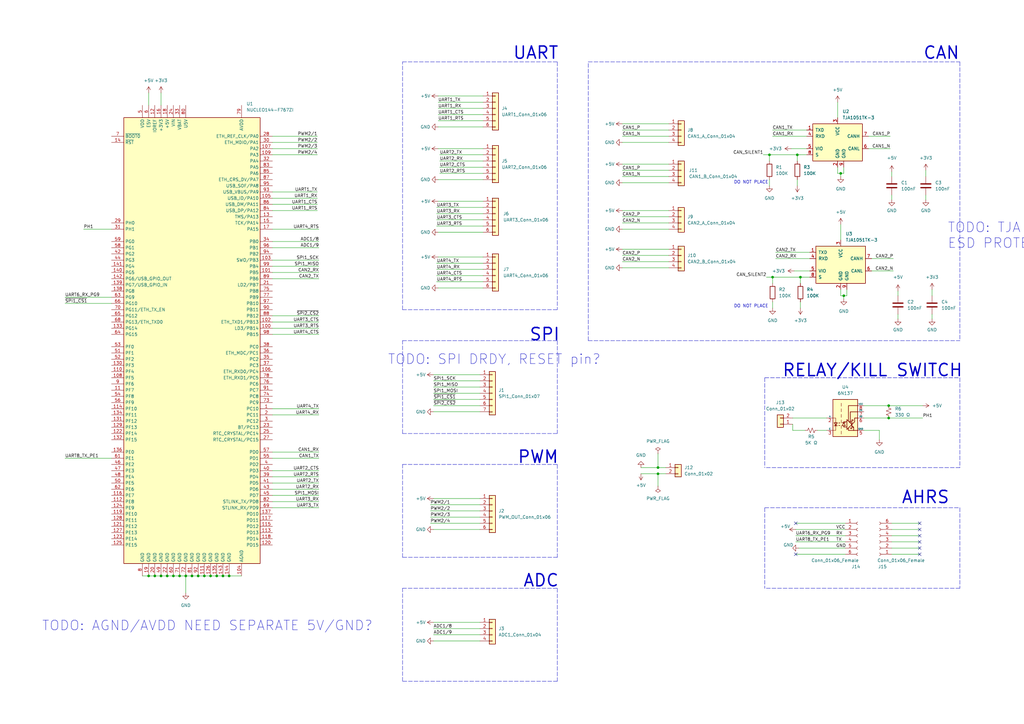
<source format=kicad_sch>
(kicad_sch (version 20211123) (generator eeschema)
  (paper "A3")
  (lib_symbols
    (symbol "Connector:Conn_01x06_Female" (pin_names (offset 1.016) hide)
      (property "Reference" "J" (at 0 7.62 0))
      (property "Value" "Conn_01x06_Female" (at 0 -10.16 0))
      (symbol "Conn_01x06_Female_1_1"
        (pin passive line (at -5.08 5.08 0) (length 3.81) (name "Pin_1") (number "1"))
        (pin passive line (at -5.08 2.54 0) (length 3.81) (name "Pin_2") (number "2"))
        (pin passive line (at -5.08 0 0) (length 3.81) (name "Pin_3") (number "3"))
        (pin passive line (at -5.08 -2.54 0) (length 3.81) (name "Pin_4") (number "4"))
        (pin passive line (at -5.08 -5.08 0) (length 3.81) (name "Pin_5") (number "5"))
        (pin passive line (at -5.08 -7.62 0) (length 3.81) (name "Pin_6") (number "6"))
      )
    )
    (symbol "Connector_Generic:Conn_01x02" (pin_names (offset 1.016) hide)
      (property "Reference" "J" (at 0 2.54 0))
      (property "Value" "Conn_01x02" (at 0 -5.08 0))
      (symbol "Conn_01x02_1_1"
        (pin passive line (at -5.08 0 0) (length 3.81) (name "Pin_1") (number "1"))
        (pin passive line (at -5.08 -2.54 0) (length 3.81) (name "Pin_2") (number "2"))
      )
    )
    (symbol "Connector_Generic:Conn_01x04" (pin_names (offset 1.016) hide)
      (property "Reference" "J" (at 0 5.08 0))
      (property "Value" "Conn_01x04" (at 0 -7.62 0))
      (symbol "Conn_01x04_1_1"
        (pin passive line (at -5.08 2.54 0) (length 3.81) (name "Pin_1") (number "1"))
        (pin passive line (at -5.08 0 0) (length 3.81) (name "Pin_2") (number "2"))
        (pin passive line (at -5.08 -2.54 0) (length 3.81) (name "Pin_3") (number "3"))
        (pin passive line (at -5.08 -5.08 0) (length 3.81) (name "Pin_4") (number "4"))
      )
    )
    (symbol "Connector_Generic:Conn_01x06" (pin_names (offset 1.016) hide)
      (property "Reference" "J" (at 0 7.62 0))
      (property "Value" "Conn_01x06" (at 0 -10.16 0))
      (symbol "Conn_01x06_1_1"
        (pin passive line (at -5.08 5.08 0) (length 3.81) (name "Pin_1") (number "1"))
        (pin passive line (at -5.08 2.54 0) (length 3.81) (name "Pin_2") (number "2"))
        (pin passive line (at -5.08 0 0) (length 3.81) (name "Pin_3") (number "3"))
        (pin passive line (at -5.08 -2.54 0) (length 3.81) (name "Pin_4") (number "4"))
        (pin passive line (at -5.08 -5.08 0) (length 3.81) (name "Pin_5") (number "5"))
        (pin passive line (at -5.08 -7.62 0) (length 3.81) (name "Pin_6") (number "6"))
      )
    )
    (symbol "Connector_Generic:Conn_01x07" (pin_names (offset 1.016) hide)
      (property "Reference" "J" (at 0 10.16 0))
      (property "Value" "Conn_01x07" (at 0 -10.16 0))
      (symbol "Conn_01x07_1_1"
        (pin passive line (at -5.08 7.62 0) (length 3.81) (name "Pin_1") (number "1"))
        (pin passive line (at -5.08 5.08 0) (length 3.81) (name "Pin_2") (number "2"))
        (pin passive line (at -5.08 2.54 0) (length 3.81) (name "Pin_3") (number "3"))
        (pin passive line (at -5.08 0 0) (length 3.81) (name "Pin_4") (number "4"))
        (pin passive line (at -5.08 -2.54 0) (length 3.81) (name "Pin_5") (number "5"))
        (pin passive line (at -5.08 -5.08 0) (length 3.81) (name "Pin_6") (number "6"))
        (pin passive line (at -5.08 -7.62 0) (length 3.81) (name "Pin_7") (number "7"))
      )
    )
    (symbol "Device:C" (pin_numbers hide) (pin_names (offset 0.254))
      (property "Reference" "C" (at 0.635 2.54 0))
      (property "Value" "C" (at 0.635 -2.54 0))
      (symbol "C_1_1"
        (pin passive line (at 0 3.81 270) (length 2.794) (name "~") (number "1"))
        (pin passive line (at 0 -3.81 90) (length 2.794) (name "~") (number "2"))
      )
    )
    (symbol "Device:R" (pin_numbers hide) (pin_names (offset 0))
      (property "Reference" "R" (at 2.032 0 90))
      (property "Value" "R" (at 0 0 90))
      (symbol "R_1_1"
        (pin passive line (at 0 3.81 270) (length 1.27) (name "~") (number "1"))
        (pin passive line (at 0 -3.81 90) (length 1.27) (name "~") (number "2"))
      )
    )
    (symbol "Device:R_Small_US" (pin_numbers hide) (pin_names (offset 0.254) hide)
      (property "Reference" "R" (at 0.762 0.508 0))
      (property "Value" "R_Small_US" (at 0.762 -1.016 0))
      (symbol "R_Small_US_1_1"
        (pin passive line (at 0 2.54 270) (length 1.016) (name "~") (number "1"))
        (pin passive line (at 0 -2.54 90) (length 1.016) (name "~") (number "2"))
      )
    )
    (symbol "Interface_CAN_LIN:TJA1051TK-3" (pin_names (offset 1.016))
      (property "Reference" "U" (at -10.16 8.89 0))
      (property "Value" "TJA1051TK-3" (at 1.27 8.89 0))
      (symbol "TJA1051TK-3_1_1"
        (pin input line (at -12.7 5.08 0) (length 2.54) (name "TXD") (number "1"))
        (pin power_in line (at 0 -10.16 90) (length 2.54) (name "GND") (number "2"))
        (pin power_in line (at 0 10.16 270) (length 2.54) (name "VCC") (number "3"))
        (pin output line (at -12.7 2.54 0) (length 2.54) (name "RXD") (number "4"))
        (pin power_in line (at -12.7 -2.54 0) (length 2.54) (name "VIO") (number "5"))
        (pin bidirectional line (at 12.7 -2.54 180) (length 2.54) (name "CANL") (number "6"))
        (pin bidirectional line (at 12.7 2.54 180) (length 2.54) (name "CANH") (number "7"))
        (pin input line (at -12.7 -5.08 0) (length 2.54) (name "S") (number "8"))
        (pin power_in line (at 2.54 -10.16 90) (length 2.54) (name "GND") (number "9"))
      )
    )
    (symbol "Isolator:6N137" (pin_names (offset 0))
      (property "Reference" "U" (at -4.064 8.89 0))
      (property "Value" "6N137" (at 0 -8.89 0))
      (symbol "6N137_1_1"
        (pin no_connect line (at -5.08 5.08 0) (length 2.54) hide (name "NC") (number "1"))
        (pin passive line (at -7.62 0 0) (length 2.54) (name "A") (number "2"))
        (pin passive line (at -7.62 -5.08 0) (length 2.54) (name "C") (number "3"))
        (pin power_in line (at 7.62 -5.08 180) (length 2.54) (name "GND") (number "5"))
        (pin open_collector line (at 7.62 0 180) (length 2.54) (name "VO") (number "6"))
        (pin input line (at 7.62 2.54 180) (length 2.54) (name "EN") (number "7"))
        (pin power_in line (at 7.62 5.08 180) (length 2.54) (name "VCC") (number "8"))
      )
    )
    (symbol "MCU_Module:NUCLEO144-F767ZI"
      (property "Reference" "U" (at -22.86 94.615 0))
      (property "Value" "NUCLEO144-F767ZI" (at -22.86 92.71 0))
      (symbol "NUCLEO144-F767ZI_1_1"
        (pin bidirectional line (at 33.02 -27.94 180) (length 5.08) (name "PC10") (number "1"))
        (pin no_connect line (at -33.02 55.88 0) (length 5.08) hide (name "NC") (number "10"))
        (pin bidirectional line (at 33.02 5.08 180) (length 5.08) (name "LD3/PB14") (number "100"))
        (pin bidirectional line (at 33.02 27.94 180) (length 5.08) (name "PB5") (number "101"))
        (pin bidirectional line (at 33.02 7.62 180) (length 5.08) (name "ETH_TXD1/PB13") (number "102"))
        (pin bidirectional line (at 33.02 33.02 180) (length 5.08) (name "SWO/PB3") (number "103"))
        (pin power_in line (at 20.32 -96.52 90) (length 5.08) (name "AGND") (number "104"))
        (pin bidirectional line (at 33.02 58.42 180) (length 5.08) (name "USB_ID/PA10") (number "105"))
        (pin bidirectional line (at 33.02 -12.7 180) (length 5.08) (name "ETH_RXD0/PC4") (number "106"))
        (pin bidirectional line (at 33.02 78.74 180) (length 5.08) (name "PA2") (number "107"))
        (pin bidirectional line (at -33.02 -15.24 0) (length 5.08) (name "PF5") (number "108"))
        (pin bidirectional line (at 33.02 76.2 180) (length 5.08) (name "PA3") (number "109"))
        (pin bidirectional line (at -33.02 -20.32 0) (length 5.08) (name "PF7") (number "11"))
        (pin bidirectional line (at -33.02 -12.7 0) (length 5.08) (name "PF4") (number "110"))
        (pin power_in line (at 5.08 -96.52 90) (length 5.08) (name "GND") (number "111"))
        (pin bidirectional line (at -33.02 -66.04 0) (length 5.08) (name "PE8") (number "112"))
        (pin bidirectional line (at 33.02 -78.74 180) (length 5.08) (name "PD13") (number "113"))
        (pin bidirectional line (at -33.02 -27.94 0) (length 5.08) (name "PF10") (number "114"))
        (pin bidirectional line (at 33.02 -76.2 180) (length 5.08) (name "PD12") (number "115"))
        (pin bidirectional line (at -33.02 -63.5 0) (length 5.08) (name "PE7") (number "116"))
        (pin bidirectional line (at 33.02 -73.66 180) (length 5.08) (name "PD11") (number "117"))
        (pin bidirectional line (at 33.02 -81.28 180) (length 5.08) (name "PD14") (number "118"))
        (pin bidirectional line (at -33.02 -71.12 0) (length 5.08) (name "PE10") (number "119"))
        (pin power_in line (at -15.24 96.52 270) (length 5.08) (name "IOREF") (number "12"))
        (pin bidirectional line (at 33.02 -83.82 180) (length 5.08) (name "PD15") (number "120"))
        (pin bidirectional line (at -33.02 -76.2 0) (length 5.08) (name "PE12") (number "121"))
        (pin bidirectional line (at -33.02 -38.1 0) (length 5.08) (name "PF14") (number "122"))
        (pin bidirectional line (at -33.02 -81.28 0) (length 5.08) (name "PE14") (number "123"))
        (pin bidirectional line (at -33.02 -68.58 0) (length 5.08) (name "PE9") (number "124"))
        (pin bidirectional line (at -33.02 -83.82 0) (length 5.08) (name "PE15") (number "125"))
        (pin power_in line (at 7.62 -96.52 90) (length 5.08) (name "GND") (number "126"))
        (pin bidirectional line (at -33.02 -78.74 0) (length 5.08) (name "PE13") (number "127"))
        (pin bidirectional line (at -33.02 -73.66 0) (length 5.08) (name "PE11") (number "128"))
        (pin bidirectional line (at -33.02 -35.56 0) (length 5.08) (name "PF13") (number "129"))
        (pin bidirectional line (at 33.02 50.8 180) (length 5.08) (name "TMS/PA13") (number "13"))
        (pin bidirectional line (at -33.02 -10.16 0) (length 5.08) (name "PF3") (number "130"))
        (pin bidirectional line (at -33.02 -33.02 0) (length 5.08) (name "PF12") (number "131"))
        (pin bidirectional line (at -33.02 -40.64 0) (length 5.08) (name "PF15") (number "132"))
        (pin bidirectional line (at -33.02 5.08 0) (length 5.08) (name "PG14") (number "133"))
        (pin bidirectional line (at -33.02 -30.48 0) (length 5.08) (name "PF11") (number "134"))
        (pin power_in line (at 10.16 -96.52 90) (length 5.08) (name "GND") (number "135"))
        (pin bidirectional line (at -33.02 -45.72 0) (length 5.08) (name "PE0") (number "136"))
        (pin bidirectional line (at 33.02 -71.12 180) (length 5.08) (name "PD10") (number "137"))
        (pin bidirectional line (at -33.02 20.32 0) (length 5.08) (name "PG8") (number "138"))
        (pin bidirectional line (at -33.02 22.86 0) (length 5.08) (name "PG7/USB_GPIO_IN") (number "139"))
        (pin input line (at -33.02 81.28 0) (length 5.08) (name "~{RST}") (number "14"))
        (pin bidirectional line (at -33.02 27.94 0) (length 5.08) (name "PG5") (number "140"))
        (pin bidirectional line (at -33.02 30.48 0) (length 5.08) (name "PG4") (number "141"))
        (pin bidirectional line (at -33.02 25.4 0) (length 5.08) (name "PG6/USB_GPIO_OUT") (number "142"))
        (pin power_in line (at 12.7 -96.52 90) (length 5.08) (name "GND") (number "143"))
        (pin power_in line (at 15.24 -96.52 90) (length 5.08) (name "GND") (number "144"))
        (pin bidirectional line (at 33.02 48.26 180) (length 5.08) (name "TCK/PA14") (number "15"))
        (pin power_in line (at -12.7 96.52 270) (length 5.08) (name "+3V3") (number "16"))
        (pin bidirectional line (at 33.02 45.72 180) (length 5.08) (name "PA15") (number "17"))
        (pin power_in line (at -10.16 96.52 270) (length 5.08) (name "+5V") (number "18"))
        (pin power_in line (at -17.78 -96.52 90) (length 5.08) (name "GND") (number "19"))
        (pin bidirectional line (at 33.02 -30.48 180) (length 5.08) (name "PC11") (number "2"))
        (pin power_in line (at -15.24 -96.52 90) (length 5.08) (name "GND") (number "20"))
        (pin bidirectional line (at 33.02 22.86 180) (length 5.08) (name "LD2/PB7") (number "21"))
        (pin power_in line (at -10.16 -96.52 90) (length 5.08) (name "GND") (number "22"))
        (pin bidirectional line (at 33.02 -35.56 180) (length 5.08) (name "BT/PC13") (number "23"))
        (pin power_in line (at -7.62 96.52 270) (length 5.08) (name "VIN") (number "24"))
        (pin bidirectional line (at 33.02 -38.1 180) (length 5.08) (name "RTC_CRYSTAL/PC14") (number "25"))
        (pin no_connect line (at -33.02 58.42 0) (length 5.08) hide (name "NC") (number "26"))
        (pin bidirectional line (at 33.02 -40.64 180) (length 5.08) (name "RTC_CRYSTAL/PC15") (number "27"))
        (pin bidirectional line (at 33.02 83.82 180) (length 5.08) (name "ETH_REF_CLK/PA0") (number "28"))
        (pin bidirectional line (at -33.02 48.26 0) (length 5.08) (name "PH0") (number "29"))
        (pin bidirectional line (at 33.02 -33.02 180) (length 5.08) (name "PC12") (number "3"))
        (pin bidirectional line (at 33.02 81.28 180) (length 5.08) (name "ETH_MDIO/PA1") (number "30"))
        (pin bidirectional line (at -33.02 45.72 0) (length 5.08) (name "PH1") (number "31"))
        (pin bidirectional line (at 33.02 73.66 180) (length 5.08) (name "PA4") (number "32"))
        (pin power_in line (at -5.08 96.52 270) (length 5.08) (name "VBAT") (number "33"))
        (pin bidirectional line (at 33.02 40.64 180) (length 5.08) (name "PB0") (number "34"))
        (pin bidirectional line (at 33.02 -7.62 180) (length 5.08) (name "PC2") (number "35"))
        (pin bidirectional line (at 33.02 -5.08 180) (length 5.08) (name "ETH_MDC/PC1") (number "36"))
        (pin bidirectional line (at 33.02 -10.16 180) (length 5.08) (name "PC3") (number "37"))
        (pin bidirectional line (at 33.02 -2.54 180) (length 5.08) (name "PC0") (number "38"))
        (pin bidirectional line (at 33.02 -55.88 180) (length 5.08) (name "PD4") (number "39"))
        (pin bidirectional line (at 33.02 -50.8 180) (length 5.08) (name "PD2") (number "4"))
        (pin bidirectional line (at 33.02 -53.34 180) (length 5.08) (name "PD3") (number "40"))
        (pin bidirectional line (at 33.02 -58.42 180) (length 5.08) (name "PD5") (number "41"))
        (pin bidirectional line (at -33.02 35.56 0) (length 5.08) (name "PG2") (number "42"))
        (pin bidirectional line (at 33.02 -60.96 180) (length 5.08) (name "PD6") (number "43"))
        (pin bidirectional line (at -33.02 33.02 0) (length 5.08) (name "PG3") (number "44"))
        (pin bidirectional line (at 33.02 -63.5 180) (length 5.08) (name "PD7") (number "45"))
        (pin bidirectional line (at -33.02 -50.8 0) (length 5.08) (name "PE2") (number "46"))
        (pin bidirectional line (at -33.02 -53.34 0) (length 5.08) (name "PE3") (number "47"))
        (pin bidirectional line (at -33.02 -55.88 0) (length 5.08) (name "PE4") (number "48"))
        (pin power_in line (at -12.7 -96.52 90) (length 5.08) (name "GND") (number "49"))
        (pin power_in line (at -20.32 96.52 270) (length 5.08) (name "VDD") (number "5"))
        (pin bidirectional line (at -33.02 -58.42 0) (length 5.08) (name "PE5") (number "50"))
        (pin bidirectional line (at -33.02 -5.08 0) (length 5.08) (name "PF1") (number "51"))
        (pin bidirectional line (at -33.02 -7.62 0) (length 5.08) (name "PF2") (number "52"))
        (pin bidirectional line (at -33.02 -2.54 0) (length 5.08) (name "PF0") (number "53"))
        (pin bidirectional line (at -33.02 -22.86 0) (length 5.08) (name "PF8") (number "54"))
        (pin bidirectional line (at 33.02 -48.26 180) (length 5.08) (name "PD1") (number "55"))
        (pin bidirectional line (at -33.02 -25.4 0) (length 5.08) (name "PF9") (number "56"))
        (pin bidirectional line (at 33.02 -45.72 180) (length 5.08) (name "PD0") (number "57"))
        (pin bidirectional line (at -33.02 38.1 0) (length 5.08) (name "PG1") (number "58"))
        (pin bidirectional line (at -33.02 40.64 0) (length 5.08) (name "PG0") (number "59"))
        (pin power_in line (at -17.78 96.52 270) (length 5.08) (name "E5V") (number "6"))
        (pin power_in line (at -7.62 -96.52 90) (length 5.08) (name "GND") (number "60"))
        (pin bidirectional line (at -33.02 -48.26 0) (length 5.08) (name "PE1") (number "61"))
        (pin bidirectional line (at -33.02 -60.96 0) (length 5.08) (name "PE6") (number "62"))
        (pin bidirectional line (at -33.02 17.78 0) (length 5.08) (name "PG9") (number "63"))
        (pin bidirectional line (at -33.02 2.54 0) (length 5.08) (name "PG15") (number "64"))
        (pin bidirectional line (at -33.02 10.16 0) (length 5.08) (name "PG12") (number "65"))
        (pin bidirectional line (at -33.02 15.24 0) (length 5.08) (name "PG10") (number "66"))
        (pin no_connect line (at -33.02 53.34 0) (length 5.08) hide (name "NC") (number "67"))
        (pin bidirectional line (at -33.02 7.62 0) (length 5.08) (name "PG13/ETH_TXD0") (number "68"))
        (pin bidirectional line (at 33.02 -68.58 180) (length 5.08) (name "STLINK_RX/PD9") (number "69"))
        (pin input line (at -33.02 83.82 0) (length 5.08) (name "~{BOOT0}") (number "7"))
        (pin bidirectional line (at -33.02 12.7 0) (length 5.08) (name "PG11/ETH_TX_EN") (number "70"))
        (pin power_in line (at -5.08 -96.52 90) (length 5.08) (name "GND") (number "71"))
        (pin power_in line (at -2.54 -96.52 90) (length 5.08) (name "GND") (number "72"))
        (pin bidirectional line (at 33.02 -25.4 180) (length 5.08) (name "PC9") (number "73"))
        (pin bidirectional line (at 33.02 -22.86 180) (length 5.08) (name "PC8") (number "74"))
        (pin bidirectional line (at 33.02 20.32 180) (length 5.08) (name "PB8") (number "75"))
        (pin bidirectional line (at 33.02 -17.78 180) (length 5.08) (name "PC6") (number "76"))
        (pin bidirectional line (at 33.02 17.78 180) (length 5.08) (name "PB9") (number "77"))
        (pin bidirectional line (at 33.02 -15.24 180) (length 5.08) (name "ETH_RXD1/PC5") (number "78"))
        (pin power_in line (at 20.32 96.52 270) (length 5.08) (name "AVDD") (number "79"))
        (pin power_in line (at -20.32 -96.52 90) (length 5.08) (name "GND") (number "8"))
        (pin power_in line (at -2.54 96.52 270) (length 5.08) (name "U5V") (number "80"))
        (pin power_in line (at 0 -96.52 90) (length 5.08) (name "GND") (number "81"))
        (pin bidirectional line (at 33.02 -66.04 180) (length 5.08) (name "STLINK_TX/PD8") (number "82"))
        (pin bidirectional line (at 33.02 71.12 180) (length 5.08) (name "PA5") (number "83"))
        (pin bidirectional line (at 33.02 53.34 180) (length 5.08) (name "USB_DP/PA12") (number "84"))
        (pin bidirectional line (at 33.02 68.58 180) (length 5.08) (name "PA6") (number "85"))
        (pin bidirectional line (at 33.02 55.88 180) (length 5.08) (name "USB_DM/PA11") (number "86"))
        (pin bidirectional line (at 33.02 66.04 180) (length 5.08) (name "ETH_CRS_DV/PA7") (number "87"))
        (pin bidirectional line (at 33.02 10.16 180) (length 5.08) (name "PB12") (number "88"))
        (pin bidirectional line (at 33.02 25.4 180) (length 5.08) (name "PB6") (number "89"))
        (pin bidirectional line (at -33.02 -17.78 0) (length 5.08) (name "PF6") (number "9"))
        (pin bidirectional line (at 33.02 12.7 180) (length 5.08) (name "PB11") (number "90"))
        (pin bidirectional line (at 33.02 -20.32 180) (length 5.08) (name "PC7") (number "91"))
        (pin power_in line (at 2.54 -96.52 90) (length 5.08) (name "GND") (number "92"))
        (pin bidirectional line (at 33.02 60.96 180) (length 5.08) (name "USB_VBUS/PA9") (number "93"))
        (pin bidirectional line (at 33.02 35.56 180) (length 5.08) (name "PB2") (number "94"))
        (pin bidirectional line (at 33.02 63.5 180) (length 5.08) (name "USB_SOF/PA8") (number "95"))
        (pin bidirectional line (at 33.02 38.1 180) (length 5.08) (name "PB1") (number "96"))
        (pin bidirectional line (at 33.02 15.24 180) (length 5.08) (name "PB10") (number "97"))
        (pin bidirectional line (at 33.02 2.54 180) (length 5.08) (name "PB15") (number "98"))
        (pin bidirectional line (at 33.02 30.48 180) (length 5.08) (name "PB4") (number "99"))
      )
    )
    (symbol "power:+3V3" (power) (pin_names (offset 0))
      (property "Value" "+3V3" (at 0 3.556 0))
      (symbol "+3V3_1_1"
        (pin power_in line (at 0 0 90) (length 0) hide (name "+3V3") (number "1"))
      )
    )
    (symbol "power:+5V" (power) (pin_names (offset 0))
      (property "Value" "+5V" (at 0 3.556 0))
      (symbol "+5V_1_1"
        (pin power_in line (at 0 0 90) (length 0) hide (name "+5V") (number "1"))
      )
    )
    (symbol "power:GND" (power) (pin_names (offset 0))
      (property "Value" "GND" (at 0 -3.81 0))
      (symbol "GND_1_1"
        (pin power_in line (at 0 0 270) (length 0) hide (name "GND") (number "1"))
      )
    )
    (symbol "power:PWR_FLAG" (power) (pin_numbers hide) (pin_names (offset 0) hide)
      (property "Value" "PWR_FLAG" (at 0 3.81 0))
      (symbol "PWR_FLAG_0_0"
        (pin power_out line (at 0 0 90) (length 0) (name "pwr") (number "1"))
      )
    )
  )
  (junction (at 76.2 236.22))
  (junction (at 66.04 236.22))
  (junction (at 269.875 191.77))
  (junction (at 364.49 171.45))
  (junction (at 327.025 63.5))
  (junction (at 63.5 236.22))
  (junction (at 364.49 166.37))
  (junction (at 71.12 236.22))
  (junction (at 316.865 113.665))
  (junction (at 86.36 236.22))
  (junction (at 344.805 71.12))
  (junction (at 93.98 236.22))
  (junction (at 83.82 236.22))
  (junction (at 315.595 63.5))
  (junction (at 68.58 236.22))
  (junction (at 60.96 236.22))
  (junction (at 88.9 236.22))
  (junction (at 346.075 121.285))
  (junction (at 328.295 113.665))
  (junction (at 73.66 236.22))
  (junction (at 91.44 236.22))
  (junction (at 81.28 236.22))
  (junction (at 78.74 236.22))
  (junction (at 269.875 194.31))
  (no_connect (at 377.19 224.79))
  (no_connect (at 326.39 214.63))
  (no_connect (at 377.19 219.71))
  (no_connect (at 377.19 214.63))
  (no_connect (at 326.39 227.33))
  (no_connect (at 377.19 227.33))
  (no_connect (at 377.19 217.17))
  (no_connect (at 377.19 222.25))
  (wire (pts (xy 60.96 38.1) (xy 60.96 43.18)))
  (polyline (pts (xy 393.7 241.3) (xy 313.69 241.3)))
  (wire (pts (xy 354.33 171.45) (xy 364.49 171.45)))
  (wire (pts (xy 344.805 71.12) (xy 344.805 72.39)))
  (wire (pts (xy 91.44 236.22) (xy 93.98 236.22)))
  (wire (pts (xy 255.27 104.775) (xy 274.32 104.775)))
  (wire (pts (xy 327.025 63.5) (xy 327.025 66.04)))
  (wire (pts (xy 344.805 71.12) (xy 346.075 71.12)))
  (wire (pts (xy 262.89 194.31) (xy 269.875 194.31)))
  (wire (pts (xy 66.04 236.22) (xy 68.58 236.22)))
  (wire (pts (xy 344.805 118.745) (xy 344.805 121.285)))
  (polyline (pts (xy 313.69 154.94) (xy 393.7 154.94)))
  (wire (pts (xy 360.68 176.53) (xy 360.68 180.34)))
  (polyline (pts (xy 313.69 154.94) (xy 313.69 191.77)))
  (wire (pts (xy 255.27 107.315) (xy 274.32 107.315)))
  (wire (pts (xy 179.705 60.96) (xy 198.12 60.96)))
  (wire (pts (xy 179.705 105.41) (xy 198.12 105.41)))
  (wire (pts (xy 365.76 224.79) (xy 377.19 224.79)))
  (polyline (pts (xy 165.1 177.8) (xy 228.6 177.8)))
  (wire (pts (xy 255.27 102.235) (xy 274.32 102.235)))
  (wire (pts (xy 198.12 44.45) (xy 179.705 44.45)))
  (wire (pts (xy 198.12 46.99) (xy 179.705 46.99)))
  (wire (pts (xy 130.81 134.62) (xy 111.76 134.62)))
  (wire (pts (xy 111.76 60.96) (xy 130.175 60.96)))
  (wire (pts (xy 255.27 53.34) (xy 274.32 53.34)))
  (wire (pts (xy 179.705 73.66) (xy 198.12 73.66)))
  (wire (pts (xy 111.76 83.82) (xy 130.175 83.82)))
  (wire (pts (xy 357.505 111.125) (xy 366.395 111.125)))
  (wire (pts (xy 318.135 106.045) (xy 332.105 106.045)))
  (wire (pts (xy 269.875 186.055) (xy 269.875 191.77)))
  (wire (pts (xy 180.34 68.58) (xy 198.12 68.58)))
  (wire (pts (xy 316.865 123.825) (xy 316.865 126.365)))
  (wire (pts (xy 111.76 58.42) (xy 130.175 58.42)))
  (wire (pts (xy 177.8 168.91) (xy 196.85 168.91)))
  (polyline (pts (xy 393.7 25.4) (xy 393.7 139.7)))
  (wire (pts (xy 111.76 78.74) (xy 130.175 78.74)))
  (wire (pts (xy 177.8 255.27) (xy 196.85 255.27)))
  (polyline (pts (xy 165.1 279.4) (xy 165.1 241.3)))
  (wire (pts (xy 269.875 191.77) (xy 273.05 191.77)))
  (wire (pts (xy 326.39 219.71) (xy 346.71 219.71)))
  (wire (pts (xy 111.76 205.74) (xy 130.81 205.74)))
  (wire (pts (xy 255.27 58.42) (xy 274.32 58.42)))
  (polyline (pts (xy 228.6 279.4) (xy 165.1 279.4)))
  (wire (pts (xy 179.07 92.71) (xy 198.12 92.71)))
  (wire (pts (xy 347.345 121.285) (xy 347.345 118.745)))
  (wire (pts (xy 76.2 236.22) (xy 76.2 243.205)))
  (wire (pts (xy 130.81 93.98) (xy 111.76 93.98)))
  (wire (pts (xy 255.27 55.88) (xy 274.32 55.88)))
  (wire (pts (xy 93.98 236.22) (xy 99.06 236.22)))
  (polyline (pts (xy 228.6 25.4) (xy 228.6 127)))
  (wire (pts (xy 179.705 95.25) (xy 198.12 95.25)))
  (wire (pts (xy 255.27 91.44) (xy 274.32 91.44)))
  (polyline (pts (xy 393.7 208.28) (xy 393.7 241.3)))
  (wire (pts (xy 315.595 63.5) (xy 327.025 63.5)))
  (wire (pts (xy 179.07 85.09) (xy 198.12 85.09)))
  (wire (pts (xy 328.295 113.665) (xy 332.105 113.665)))
  (polyline (pts (xy 165.1 139.7) (xy 228.6 139.7)))
  (wire (pts (xy 365.76 227.33) (xy 377.19 227.33)))
  (polyline (pts (xy 313.69 208.28) (xy 313.69 241.3)))
  (wire (pts (xy 130.81 101.6) (xy 111.76 101.6)))
  (wire (pts (xy 343.535 68.58) (xy 343.535 71.12)))
  (polyline (pts (xy 228.6 241.3) (xy 228.6 279.4)))
  (wire (pts (xy 176.53 212.09) (xy 196.85 212.09)))
  (wire (pts (xy 316.865 113.665) (xy 316.865 116.205)))
  (wire (pts (xy 382.27 128.905) (xy 382.27 130.81)))
  (wire (pts (xy 66.04 38.1) (xy 66.04 43.18)))
  (wire (pts (xy 346.075 121.285) (xy 346.075 122.555)))
  (wire (pts (xy 177.8 257.81) (xy 196.85 257.81)))
  (wire (pts (xy 130.81 167.64) (xy 111.76 167.64)))
  (wire (pts (xy 255.27 69.85) (xy 274.32 69.85)))
  (wire (pts (xy 365.76 219.71) (xy 377.19 219.71)))
  (wire (pts (xy 327.025 73.66) (xy 327.025 76.2)))
  (polyline (pts (xy 165.1 228.6) (xy 165.1 190.5)))
  (wire (pts (xy 364.49 166.37) (xy 378.46 166.37)))
  (wire (pts (xy 335.28 176.53) (xy 339.09 176.53)))
  (wire (pts (xy 130.81 99.06) (xy 111.76 99.06)))
  (wire (pts (xy 326.39 222.25) (xy 346.71 222.25)))
  (wire (pts (xy 368.3 119.38) (xy 368.3 121.285)))
  (wire (pts (xy 330.2 176.53) (xy 325.12 176.53)))
  (wire (pts (xy 354.33 176.53) (xy 360.68 176.53)))
  (wire (pts (xy 58.42 236.22) (xy 60.96 236.22)))
  (wire (pts (xy 60.96 236.22) (xy 63.5 236.22)))
  (wire (pts (xy 357.505 106.045) (xy 366.395 106.045)))
  (polyline (pts (xy 393.7 191.77) (xy 313.69 191.77)))
  (wire (pts (xy 327.66 224.79) (xy 346.71 224.79)))
  (wire (pts (xy 328.295 123.825) (xy 328.295 126.365)))
  (polyline (pts (xy 165.1 25.4) (xy 228.6 25.4)))
  (wire (pts (xy 382.27 118.745) (xy 382.27 121.285)))
  (wire (pts (xy 179.07 107.95) (xy 198.12 107.95)))
  (wire (pts (xy 63.5 236.22) (xy 66.04 236.22)))
  (wire (pts (xy 26.67 187.96) (xy 45.72 187.96)))
  (wire (pts (xy 111.76 193.04) (xy 130.81 193.04)))
  (wire (pts (xy 255.27 86.36) (xy 274.32 86.36)))
  (wire (pts (xy 26.67 121.92) (xy 45.72 121.92)))
  (wire (pts (xy 324.485 60.96) (xy 330.835 60.96)))
  (wire (pts (xy 316.865 53.34) (xy 330.835 53.34)))
  (wire (pts (xy 34.29 93.98) (xy 45.72 93.98)))
  (wire (pts (xy 344.805 92.075) (xy 344.805 98.425)))
  (wire (pts (xy 111.76 198.12) (xy 130.81 198.12)))
  (wire (pts (xy 177.8 158.75) (xy 196.85 158.75)))
  (polyline (pts (xy 313.69 208.28) (xy 393.7 208.28)))
  (polyline (pts (xy 228.6 139.7) (xy 228.6 177.8)))
  (wire (pts (xy 180.34 66.04) (xy 198.12 66.04)))
  (polyline (pts (xy 165.1 190.5) (xy 228.6 190.5)))
  (polyline (pts (xy 241.3 139.7) (xy 241.3 25.4)))
  (polyline (pts (xy 165.1 241.3) (xy 228.6 241.3)))
  (wire (pts (xy 356.235 60.96) (xy 365.125 60.96)))
  (wire (pts (xy 179.705 39.37) (xy 198.12 39.37)))
  (wire (pts (xy 111.76 114.3) (xy 130.81 114.3)))
  (polyline (pts (xy 241.3 139.7) (xy 393.7 139.7)))
  (wire (pts (xy 26.67 124.46) (xy 45.72 124.46)))
  (wire (pts (xy 130.81 203.2) (xy 111.76 203.2)))
  (wire (pts (xy 111.76 111.76) (xy 130.81 111.76)))
  (wire (pts (xy 176.53 209.55) (xy 196.85 209.55)))
  (wire (pts (xy 179.07 113.03) (xy 198.12 113.03)))
  (wire (pts (xy 365.76 217.17) (xy 377.19 217.17)))
  (wire (pts (xy 326.39 227.33) (xy 346.71 227.33)))
  (wire (pts (xy 177.8 262.89) (xy 196.85 262.89)))
  (wire (pts (xy 177.8 260.35) (xy 196.85 260.35)))
  (polyline (pts (xy 165.1 177.8) (xy 165.1 139.7)))
  (wire (pts (xy 262.89 191.77) (xy 269.875 191.77)))
  (wire (pts (xy 130.81 137.16) (xy 111.76 137.16)))
  (wire (pts (xy 76.2 236.22) (xy 78.74 236.22)))
  (wire (pts (xy 314.325 113.665) (xy 316.865 113.665)))
  (wire (pts (xy 326.39 214.63) (xy 346.71 214.63)))
  (wire (pts (xy 111.76 187.96) (xy 130.81 187.96)))
  (wire (pts (xy 111.76 208.28) (xy 130.81 208.28)))
  (wire (pts (xy 255.27 88.9) (xy 274.32 88.9)))
  (wire (pts (xy 176.53 214.63) (xy 196.85 214.63)))
  (wire (pts (xy 180.34 63.5) (xy 198.12 63.5)))
  (wire (pts (xy 365.76 80.01) (xy 365.76 81.915)))
  (wire (pts (xy 179.07 90.17) (xy 198.12 90.17)))
  (wire (pts (xy 365.76 70.485) (xy 365.76 72.39)))
  (wire (pts (xy 255.27 72.39) (xy 274.32 72.39)))
  (wire (pts (xy 356.235 55.88) (xy 365.125 55.88)))
  (wire (pts (xy 255.27 50.8) (xy 274.32 50.8)))
  (wire (pts (xy 130.81 132.08) (xy 111.76 132.08)))
  (wire (pts (xy 86.36 236.22) (xy 88.9 236.22)))
  (polyline (pts (xy 393.7 154.94) (xy 393.7 191.77)))
  (wire (pts (xy 315.595 63.5) (xy 315.595 66.04)))
  (wire (pts (xy 364.49 171.45) (xy 378.46 171.45)))
  (wire (pts (xy 78.74 236.22) (xy 81.28 236.22)))
  (wire (pts (xy 180.34 71.12) (xy 198.12 71.12)))
  (wire (pts (xy 346.075 71.12) (xy 346.075 68.58)))
  (wire (pts (xy 368.3 128.905) (xy 368.3 130.81)))
  (wire (pts (xy 325.12 171.45) (xy 339.09 171.45)))
  (wire (pts (xy 269.875 194.31) (xy 269.875 199.39)))
  (wire (pts (xy 177.8 156.21) (xy 196.85 156.21)))
  (polyline (pts (xy 228.6 228.6) (xy 165.1 228.6)))
  (wire (pts (xy 88.9 236.22) (xy 91.44 236.22)))
  (wire (pts (xy 365.76 214.63) (xy 377.19 214.63)))
  (wire (pts (xy 316.865 113.665) (xy 328.295 113.665)))
  (wire (pts (xy 379.73 80.01) (xy 379.73 81.915)))
  (polyline (pts (xy 165.1 127) (xy 228.6 127)))
  (wire (pts (xy 111.76 63.5) (xy 130.175 63.5)))
  (wire (pts (xy 179.07 110.49) (xy 198.12 110.49)))
  (wire (pts (xy 177.8 163.83) (xy 196.85 163.83)))
  (wire (pts (xy 328.295 113.665) (xy 328.295 116.205)))
  (polyline (pts (xy 228.6 190.5) (xy 228.6 228.6)))
  (wire (pts (xy 179.705 82.55) (xy 198.12 82.55)))
  (wire (pts (xy 73.66 236.22) (xy 76.2 236.22)))
  (wire (pts (xy 316.865 55.88) (xy 330.835 55.88)))
  (wire (pts (xy 379.73 69.85) (xy 379.73 72.39)))
  (wire (pts (xy 71.12 236.22) (xy 73.66 236.22)))
  (wire (pts (xy 83.82 236.22) (xy 86.36 236.22)))
  (wire (pts (xy 81.28 236.22) (xy 83.82 236.22)))
  (wire (pts (xy 255.27 93.98) (xy 274.32 93.98)))
  (wire (pts (xy 325.755 111.125) (xy 332.105 111.125)))
  (polyline (pts (xy 165.1 228.6) (xy 165.1 228.6)))
  (wire (pts (xy 354.33 166.37) (xy 364.49 166.37)))
  (polyline (pts (xy 165.1 127) (xy 165.1 25.4)))
  (wire (pts (xy 343.535 41.91) (xy 343.535 48.26)))
  (wire (pts (xy 130.81 106.68) (xy 111.76 106.68)))
  (wire (pts (xy 177.8 153.67) (xy 196.85 153.67)))
  (wire (pts (xy 130.81 109.22) (xy 111.76 109.22)))
  (wire (pts (xy 111.76 86.36) (xy 130.175 86.36)))
  (wire (pts (xy 255.27 74.93) (xy 274.32 74.93)))
  (wire (pts (xy 269.875 194.31) (xy 273.05 194.31)))
  (wire (pts (xy 177.8 161.29) (xy 196.85 161.29)))
  (wire (pts (xy 177.8 217.17) (xy 196.85 217.17)))
  (wire (pts (xy 179.705 118.11) (xy 198.12 118.11)))
  (wire (pts (xy 326.39 217.17) (xy 346.71 217.17)))
  (wire (pts (xy 198.12 41.91) (xy 179.705 41.91)))
  (wire (pts (xy 315.595 73.66) (xy 315.595 76.2)))
  (wire (pts (xy 111.76 81.28) (xy 130.175 81.28)))
  (wire (pts (xy 255.27 67.31) (xy 274.32 67.31)))
  (wire (pts (xy 198.12 49.53) (xy 179.705 49.53)))
  (wire (pts (xy 325.12 173.99) (xy 325.12 176.53)))
  (wire (pts (xy 365.76 222.25) (xy 377.19 222.25)))
  (wire (pts (xy 176.53 207.01) (xy 196.85 207.01)))
  (wire (pts (xy 111.76 55.88) (xy 130.175 55.88)))
  (wire (pts (xy 318.135 103.505) (xy 332.105 103.505)))
  (wire (pts (xy 177.8 204.47) (xy 196.85 204.47)))
  (wire (pts (xy 344.805 121.285) (xy 346.075 121.285)))
  (wire (pts (xy 130.81 170.18) (xy 111.76 170.18)))
  (wire (pts (xy 327.025 63.5) (xy 330.835 63.5)))
  (wire (pts (xy 179.705 52.07) (xy 198.12 52.07)))
  (wire (pts (xy 179.07 87.63) (xy 198.12 87.63)))
  (wire (pts (xy 130.81 129.54) (xy 111.76 129.54)))
  (wire (pts (xy 111.76 200.66) (xy 130.81 200.66)))
  (wire (pts (xy 313.055 63.5) (xy 315.595 63.5)))
  (wire (pts (xy 346.075 121.285) (xy 347.345 121.285)))
  (wire (pts (xy 177.8 166.37) (xy 196.85 166.37)))
  (wire (pts (xy 111.76 195.58) (xy 130.81 195.58)))
  (polyline (pts (xy 241.3 25.4) (xy 393.7 25.4)))
  (wire (pts (xy 343.535 71.12) (xy 344.805 71.12)))
  (wire (pts (xy 255.27 109.855) (xy 274.32 109.855)))
  (wire (pts (xy 68.58 236.22) (xy 71.12 236.22)))
  (wire (pts (xy 179.07 115.57) (xy 198.12 115.57)))
  (wire (pts (xy 111.76 185.42) (xy 130.81 185.42)))
  (text "TODO: AGND/AVDD NEED SEPARATE 5V/GND?" (at 17.145 259.08 0) (effects (font (size 4 4)) (justify left bottom)))
  (text "DO NOT PLACE\n" (at 300.99 126.365 0) (effects (font (size 1.27 1.27)) (justify left bottom)))
  (text "RELAY/KILL SWITCH" (at 320.675 154.94 0) (effects (font (size 5 5) (thickness 0.6) bold) (justify left bottom)))
  (text "PWM" (at 212.09 190.5 0) (effects (font (size 5 5) (thickness 0.6) bold) (justify left bottom)))
  (text "TODO: TJA DATASHEET NO REQUIRE VIO CAPACITANCE?\nESD PROTECTION CAPACTIORS IN DATASHEET OR PESD CHIP NEEDED?" (at 388.62 102.235 0) (effects (font (size 4 4)) (justify left bottom)))
  (text "ADC" (at 214.376 241.173 0) (effects (font (size 5 5) (thickness 0.6) bold) (justify left bottom)))
  (text "DO NOT PLACE\n" (at 300.99 75.565 0) (effects (font (size 1.27 1.27)) (justify left bottom)))
  (text "SPI\n" (at 216.916 140.208 0) (effects (font (size 5 5) (thickness 0.6) bold) (justify left bottom)))
  (text "TODO: SPI DRDY, RESET pin?" (at 159.004 149.86 0) (effects (font (size 4 4)) (justify left bottom)))
  (text "CAN" (at 378.46 24.765 0) (effects (font (size 5 5) (thickness 0.6) bold) (justify left bottom)))
  (text "AHRS" (at 369.57 207.01 0) (effects (font (size 5 5) (thickness 0.6) bold) (justify left bottom)))
  (text "UART\n" (at 210.185 24.765 0) (effects (font (size 5 5) (thickness 0.6) bold) (justify left bottom)))
  (label "CAN1_TX" (at 130.81 187.96 180))
  (label "CAN2_TX" (at 318.135 103.505 0))
  (label "~{SPI1_CS1}" (at 177.8 163.83 0))
  (label "UART3_RX" (at 179.07 87.63 0))
  (label "~{SPI2_CS2}" (at 130.81 129.54 180))
  (label "UART3_CTS" (at 130.81 132.08 180))
  (label "SPI1_MISO" (at 177.8 158.75 0))
  (label "PH1" (at 378.46 171.45 0))
  (label "CAN1_P" (at 365.125 55.88 180))
  (label "UART1_RTS" (at 179.705 49.53 0))
  (label "CAN1_P" (at 255.27 53.34 0))
  (label "UART2_RX" (at 180.34 66.04 0))
  (label "CAN2_P" (at 366.395 106.045 180))
  (label "CAN1_RX" (at 130.81 185.42 180))
  (label "UART2_CTS" (at 130.81 193.04 180))
  (label "~{SPI1_CS1}" (at 26.67 124.46 0))
  (label "SPI1_MOSI" (at 177.8 161.29 0))
  (label "UART3_RTS" (at 179.07 92.71 0))
  (label "RX" (at 342.9 219.71 0))
  (label "UART4_RTS" (at 179.07 115.57 0))
  (label "UART2_RX" (at 130.81 200.66 180))
  (label "UART3_TX" (at 179.07 85.09 0))
  (label "UART1_TX" (at 130.175 78.74 180))
  (label "UART6_RX_PG9" (at 326.39 219.71 0))
  (label "UART2_CTS" (at 180.34 68.58 0))
  (label "CAN2_TX" (at 130.81 114.3 180))
  (label "CAN1_N" (at 255.27 55.88 0))
  (label "UART4_CTS" (at 130.81 137.16 180))
  (label "CAN2_N" (at 366.395 111.125 180))
  (label "UART2_TX" (at 130.81 198.12 180))
  (label "SPI1_SCK" (at 177.8 156.21 0))
  (label "UART1_TX" (at 179.705 41.91 0))
  (label "CAN2_P" (at 255.27 88.9 0))
  (label "UART3_RX" (at 130.81 205.74 180))
  (label "UART1_RTS" (at 130.175 86.36 180))
  (label "SPI1_MOSI" (at 130.81 203.2 180))
  (label "CAN1_RX" (at 316.865 55.88 0))
  (label "UART1_CTS" (at 179.705 46.99 0))
  (label "PWM2{slash}2" (at 130.175 58.42 180))
  (label "UART2_RTS" (at 180.34 71.12 0))
  (label "ADC1{slash}9" (at 177.8 260.35 0))
  (label "PWM2{slash}4" (at 130.175 63.5 180))
  (label "CAN1_N" (at 365.125 60.96 180))
  (label "PWM2{slash}3" (at 130.175 60.96 180))
  (label "PWM2{slash}1" (at 176.53 207.01 0))
  (label "UART4_RTS" (at 130.81 93.98 180))
  (label "UART1_CTS" (at 130.175 83.82 180))
  (label "UART4_CTS" (at 179.07 113.03 0))
  (label "PWM2{slash}1" (at 130.175 55.88 180))
  (label "CAN2_N" (at 255.27 91.44 0))
  (label "UART3_TX" (at 130.81 208.28 180))
  (label "PWM2{slash}3" (at 176.53 212.09 0))
  (label "PWM2{slash}4" (at 176.53 214.63 0))
  (label "UART8_TX_PE1" (at 326.39 222.25 0))
  (label "PWM2{slash}2" (at 176.53 209.55 0))
  (label "CAN_SILENT1" (at 313.055 63.5 180))
  (label "CAN2_RX" (at 318.135 106.045 0))
  (label "UART3_CTS" (at 179.07 90.17 0))
  (label "UART2_TX" (at 180.34 63.5 0))
  (label "~{SPI2_CS2}" (at 177.8 166.37 0))
  (label "CAN2_RX" (at 130.81 111.76 180))
  (label "CAN2_P" (at 255.27 104.775 0))
  (label "CAN1_P" (at 255.27 69.85 0))
  (label "UART8_TX_PE1" (at 26.67 187.96 0))
  (label "UART2_RTS" (at 130.81 195.58 180))
  (label "SPI1_MISO" (at 130.81 109.22 180))
  (label "UART4_RX" (at 179.07 110.49 0))
  (label "GND" (at 342.9 224.79 0))
  (label "UART4_TX" (at 179.07 107.95 0))
  (label "VCC" (at 342.9 217.17 0))
  (label "SPI1_SCK" (at 130.81 106.68 180))
  (label "UART1_RX" (at 130.175 81.28 180))
  (label "ADC1{slash}8" (at 130.81 99.06 180))
  (label "ADC1{slash}8" (at 177.8 257.81 0))
  (label "UART1_RX" (at 179.705 44.45 0))
  (label "CAN1_TX" (at 316.865 53.34 0))
  (label "UART4_RX" (at 130.81 170.18 180))
  (label "PH1" (at 34.29 93.98 0))
  (label "UART6_RX_PG9" (at 26.67 121.92 0))
  (label "UART4_TX" (at 130.81 167.64 180))
  (label "CAN_SILENT2" (at 314.325 113.665 180))
  (label "CAN1_N" (at 255.27 72.39 0))
  (label "UART3_RTS" (at 130.81 134.62 180))
  (label "CAN2_N" (at 255.27 107.315 0))
  (label "TX" (at 342.9 222.25 0))
  (label "ADC1{slash}9" (at 130.81 101.6 180))
  (symbol (lib_id "Connector_Generic:Conn_01x06") (at 201.93 209.55 0) (unit 1)
    (property "Reference" "J2" (at 204.47 209.5499 0) (effects (justify left)))
    (property "Value" "PWM_OUT_Conn_01x06" (at 204.47 212.0899 0) (effects (justify left)))
    (property "Footprint" "Connector_JST:JST_GH_BM06B-GHS-TBT_1x06-1MP_P1.25mm_Vertical" (effects hide))
  )
  (symbol (lib_id "power:GND") (at 255.27 93.98 270) (unit 1)
    (property "Reference" "#PWR019" (effects hide))
    (property "Value" "GND" (at 252.095 93.9799 90) (effects (justify right)))
  )
  (symbol (lib_id "power:GND") (at 177.8 262.89 270) (unit 1)
    (property "Reference" "#PWR07" (effects hide))
    (property "Value" "GND" (at 174.625 262.8899 90) (effects (justify right)))
  )
  (symbol (lib_id "Connector_Generic:Conn_01x04") (at 279.4 88.9 0) (unit 1)
    (property "Reference" "J9" (at 281.94 88.8999 0) (effects (justify left)))
    (property "Value" "CAN2_A_Conn_01x04" (at 281.94 91.4399 0) (effects (justify left)))
    (property "Footprint" "Connector_JST:JST_GH_SM04B-GHS-TB_1x04-1MP_P1.25mm_Horizontal" (effects hide))
  )
  (symbol (lib_id "Connector_Generic:Conn_01x04") (at 201.93 257.81 0) (unit 1)
    (property "Reference" "J3" (at 204.47 257.8099 0) (effects (justify left)))
    (property "Value" "ADC1_Conn_01x04" (at 204.47 260.3499 0) (effects (justify left)))
    (property "Footprint" "Connector_JST:JST_GH_SM04B-GHS-TB_1x04-1MP_P1.25mm_Horizontal" (effects hide))
  )
  (symbol (lib_id "Connector:Conn_01x06_Female") (at 360.68 222.25 180) (unit 1)
    (property "Reference" "J15" (at 361.95 232.41 0))
    (property "Value" "Conn_01x06_Female" (at 369.57 229.87 0))
    (property "Footprint" "Connector_PinSocket_2.54mm:PinSocket_1x06_P2.54mm_Vertical" (effects hide))
  )
  (symbol (lib_id "power:GND") (at 316.865 126.365 0) (unit 1)
    (property "Reference" "#PWR023" (effects hide))
    (property "Value" "GND" (at 316.865 131.445 0))
  )
  (symbol (lib_id "Connector_Generic:Conn_01x02") (at 278.13 191.77 0) (unit 1)
    (property "Reference" "J12" (at 280.67 191.7699 0) (effects (justify left)))
    (property "Value" "Conn_01x02" (at 280.67 194.3099 0) (effects (justify left)))
    (property "Footprint" "Connector_Molex:Molex_CLIK-Mate_502386-0270_1x02-1MP_P1.25mm_Horizontal" (effects hide))
  )
  (symbol (lib_id "Connector_Generic:Conn_01x04") (at 279.4 104.775 0) (unit 1)
    (property "Reference" "J10" (at 281.94 104.7749 0) (effects (justify left)))
    (property "Value" "CAN2_B_Conn_01x04" (at 281.94 107.3149 0) (effects (justify left)))
    (property "Footprint" "Connector_JST:JST_GH_SM04B-GHS-TB_1x04-1MP_P1.25mm_Horizontal" (effects hide))
  )
  (symbol (lib_id "power:+3V3") (at 328.295 126.365 180) (unit 1)
    (property "Reference" "#PWR027" (effects hide))
    (property "Value" "+3V3" (at 328.295 131.445 0))
  )
  (symbol (lib_id "Connector_Generic:Conn_01x06") (at 203.2 66.04 0) (unit 1)
    (property "Reference" "J5" (at 205.74 66.0399 0) (effects (justify left)))
    (property "Value" "UART2_Conn_01x06" (at 205.74 68.5799 0) (effects (justify left)))
    (property "Footprint" "Connector_JST:JST_GH_BM06B-GHS-TBT_1x06-1MP_P1.25mm_Vertical" (effects hide))
  )
  (symbol (lib_id "power:+5V") (at 344.805 92.075 0) (unit 1)
    (property "Reference" "#PWR029" (effects hide))
    (property "Value" "+5V" (at 344.805 86.995 0))
  )
  (symbol (lib_id "power:+5V") (at 255.27 50.8 90) (unit 1)
    (property "Reference" "#PWR016" (effects hide))
    (property "Value" "+5V" (at 252.095 50.7999 90) (effects (justify left)))
  )
  (symbol (lib_id "power:GND") (at 76.2 243.205 0) (unit 1)
    (property "Reference" "#PWR01" (effects hide))
    (property "Value" "GND" (at 76.2 248.285 0))
  )
  (symbol (lib_id "power:+5V") (at 179.705 82.55 90) (unit 1)
    (property "Reference" "#PWR012" (effects hide))
    (property "Value" "+5V" (at 176.53 82.5499 90) (effects (justify left)))
  )
  (symbol (lib_id "power:PWR_FLAG") (at 269.875 186.055 0) (unit 1)
    (property "Reference" "#FLG01" (effects hide))
    (property "Value" "PWR_FLAG" (at 269.875 180.975 0))
  )
  (symbol (lib_id "power:+5V") (at 343.535 41.91 0) (unit 1)
    (property "Reference" "#PWR028" (effects hide))
    (property "Value" "+5V" (at 343.535 36.83 0))
  )
  (symbol (lib_id "Isolator:6N137") (at 346.71 171.45 0) (unit 1)
    (property "Reference" "U4" (at 346.71 158.75 0))
    (property "Value" "6N137" (at 346.71 161.29 0))
    (property "Footprint" "Package_DIP:DIP-8_W7.62mm" (effects hide))
    (property "Datasheet" "https://docs.broadcom.com/docs/AV02-0940EN" (effects hide))
  )
  (symbol (lib_id "power:PWR_FLAG") (at 269.875 199.39 180) (unit 1)
    (property "Reference" "#FLG02" (effects hide))
    (property "Value" "PWR_FLAG" (at 269.875 204.47 0))
  )
  (symbol (lib_id "power:GND") (at 179.705 118.11 270) (unit 1)
    (property "Reference" "#PWR015" (effects hide))
    (property "Value" "GND" (at 176.53 118.1099 90) (effects (justify right)))
  )
  (symbol (lib_id "power:GND") (at 255.27 58.42 270) (unit 1)
    (property "Reference" "#PWR017" (effects hide))
    (property "Value" "GND" (at 252.095 58.4199 90) (effects (justify right)))
  )
  (symbol (lib_id "power:+3V3") (at 325.755 111.125 90) (unit 1)
    (property "Reference" "#PWR025" (effects hide))
    (property "Value" "+3V3" (at 321.945 111.1249 90) (effects (justify left)))
  )
  (symbol (lib_id "Connector_Generic:Conn_01x06") (at 203.2 110.49 0) (unit 1)
    (property "Reference" "J7" (at 206.375 110.4899 0) (effects (justify left)))
    (property "Value" "UART4_Conn_01x06" (at 206.375 113.0299 0) (effects (justify left)))
    (property "Footprint" "Connector_JST:JST_GH_BM06B-GHS-TBT_1x06-1MP_P1.25mm_Vertical" (effects hide))
  )
  (symbol (lib_id "power:GND") (at 177.8 217.17 270) (unit 1)
    (property "Reference" "#PWR05" (effects hide))
    (property "Value" "GND" (at 174.625 217.1699 90) (effects (justify right)))
  )
  (symbol (lib_id "Device:R_Small_US") (at 332.74 176.53 90) (unit 1)
    (property "Reference" "R5" (at 332.74 179.07 90))
    (property "Value" "5K Ω" (at 332.74 181.61 90))
    (property "Footprint" "Resistor_SMD:R_0805_2012Metric_Pad1.20x1.40mm_HandSolder" (effects hide))
  )
  (symbol (lib_id "Device:C") (at 365.76 76.2 0) (unit 1)
    (property "Reference" "C1" (at 369.57 74.9299 0) (effects (justify left)))
    (property "Value" "100nF" (at 369.57 77.4699 0) (effects (justify left)))
    (property "Footprint" "Capacitor_SMD:C_0805_2012Metric_Pad1.18x1.45mm_HandSolder" (effects hide))
  )
  (symbol (lib_id "power:+5V") (at 179.705 39.37 90) (unit 1)
    (property "Reference" "#PWR08" (effects hide))
    (property "Value" "+5V" (at 176.53 39.3699 90) (effects (justify left)))
  )
  (symbol (lib_id "power:+5V") (at 177.8 204.47 90) (unit 1)
    (property "Reference" "#PWR04" (effects hide))
    (property "Value" "+5V" (at 174.625 204.4699 90) (effects (justify left)))
  )
  (symbol (lib_id "Connector_Generic:Conn_01x06") (at 203.2 44.45 0) (unit 1)
    (property "Reference" "J4" (at 205.74 44.4499 0) (effects (justify left)))
    (property "Value" "UART1_Conn_01x06" (at 205.74 46.9899 0) (effects (justify left)))
    (property "Footprint" "Connector_JST:JST_GH_BM06B-GHS-TBT_1x06-1MP_P1.25mm_Vertical" (effects hide))
  )
  (symbol (lib_id "Interface_CAN_LIN:TJA1051TK-3") (at 344.805 108.585 0) (unit 1)
    (property "Reference" "U3" (at 346.8244 95.885 0) (effects (justify left)))
    (property "Value" "TJA1051TK-3" (at 346.8244 98.425 0) (effects (justify left)))
    (property "Footprint" "Package_DFN_QFN:DFN-8-1EP_3x3mm_P0.65mm_EP1.55x2.4mm" (effects hide))
    (property "Datasheet" "http://www.nxp.com/documents/data_sheet/TJA1051.pdf" (effects hide))
  )
  (symbol (lib_id "power:GND") (at 327.66 224.79 270) (unit 1)
    (property "Reference" "#PWR0119" (effects hide))
    (property "Value" "GND" (at 321.31 223.52 90) (effects (justify left)))
  )
  (symbol (lib_id "Device:C") (at 382.27 125.095 0) (unit 1)
    (property "Reference" "C4" (at 386.08 123.8249 0) (effects (justify left)))
    (property "Value" "100nF" (at 386.08 126.3649 0) (effects (justify left)))
    (property "Footprint" "Capacitor_SMD:C_0805_2012Metric_Pad1.18x1.45mm_HandSolder" (effects hide))
  )
  (symbol (lib_id "power:GND") (at 368.3 130.81 0) (unit 1)
    (property "Reference" "#PWR0106" (effects hide))
    (property "Value" "GND" (at 368.3 135.255 0))
  )
  (symbol (lib_id "power:+5V") (at 255.27 86.36 90) (unit 1)
    (property "Reference" "#PWR018" (effects hide))
    (property "Value" "+5V" (at 252.095 86.3599 90) (effects (justify left)))
  )
  (symbol (lib_id "power:GND") (at 255.27 109.855 270) (unit 1)
    (property "Reference" "#PWR0112" (effects hide))
    (property "Value" "GND" (at 252.095 109.8549 90) (effects (justify right)))
  )
  (symbol (lib_id "power:+5V") (at 326.39 217.17 90) (unit 1)
    (property "Reference" "#PWR0120" (effects hide))
    (property "Value" "+5V" (at 320.04 215.9 90) (effects (justify right)))
  )
  (symbol (lib_id "power:+5V") (at 179.705 105.41 90) (unit 1)
    (property "Reference" "#PWR014" (effects hide))
    (property "Value" "+5V" (at 176.53 105.4099 90) (effects (justify left)))
  )
  (symbol (lib_id "power:+3V3") (at 66.04 38.1 0) (unit 1)
    (property "Reference" "#PWR0113" (effects hide))
    (property "Value" "+3V3" (at 66.04 33.02 0))
  )
  (symbol (lib_id "power:+5V") (at 177.8 153.67 90) (unit 1)
    (property "Reference" "#PWR02" (effects hide))
    (property "Value" "+5V" (at 174.625 153.6699 90) (effects (justify left)))
  )
  (symbol (lib_id "power:+5V") (at 179.705 60.96 90) (unit 1)
    (property "Reference" "#PWR010" (effects hide))
    (property "Value" "+5V" (at 176.53 60.9599 90) (effects (justify left)))
  )
  (symbol (lib_id "power:+5V") (at 365.76 70.485 0) (unit 1)
    (property "Reference" "#PWR0101" (effects hide))
    (property "Value" "+5V" (at 365.76 64.77 0))
  )
  (symbol (lib_id "power:GND") (at 255.27 74.93 270) (unit 1)
    (property "Reference" "#PWR0109" (effects hide))
    (property "Value" "GND" (at 252.095 74.9299 90) (effects (justify right)))
  )
  (symbol (lib_id "Connector_Generic:Conn_01x04") (at 279.4 53.34 0) (unit 1)
    (property "Reference" "J8" (at 281.94 53.3399 0) (effects (justify left)))
    (property "Value" "CAN1_A_Conn_01x04" (at 281.94 55.8799 0) (effects (justify left)))
    (property "Footprint" "Connector_JST:JST_GH_SM04B-GHS-TB_1x04-1MP_P1.25mm_Horizontal" (effects hide))
  )
  (symbol (lib_id "Connector_Generic:Conn_01x07") (at 201.93 161.29 0) (unit 1)
    (property "Reference" "J1" (at 204.47 160.0199 0) (effects (justify left)))
    (property "Value" "SPI1_Conn_01x07" (at 204.47 162.5599 0) (effects (justify left)))
    (property "Footprint" "Connector_JST:JST_GH_BM07B-GHS-TBT_1x07-1MP_P1.25mm_Vertical" (effects hide))
  )
  (symbol (lib_id "power:GND") (at 346.075 122.555 0) (unit 1)
    (property "Reference" "#PWR031" (effects hide))
    (property "Value" "GND" (at 346.075 127.635 0))
  )
  (symbol (lib_id "power:+3V3") (at 324.485 60.96 90) (unit 1)
    (property "Reference" "#PWR024" (effects hide))
    (property "Value" "+3V3" (at 320.675 60.9599 90) (effects (justify left)))
  )
  (symbol (lib_id "Connector_Generic:Conn_01x06") (at 203.2 87.63 0) (unit 1)
    (property "Reference" "J6" (at 206.375 87.6299 0) (effects (justify left)))
    (property "Value" "UART3_Conn_01x06" (at 206.375 90.1699 0) (effects (justify left)))
    (property "Footprint" "Connector_JST:JST_GH_BM06B-GHS-TBT_1x06-1MP_P1.25mm_Vertical" (effects hide))
  )
  (symbol (lib_id "power:GND") (at 365.76 81.915 0) (unit 1)
    (property "Reference" "#PWR0107" (effects hide))
    (property "Value" "GND" (at 365.76 86.36 0))
  )
  (symbol (lib_id "Device:R") (at 316.865 120.015 0) (unit 1)
    (property "Reference" "R2" (at 319.405 118.7449 0) (effects (justify left)))
    (property "Value" "100K" (at 319.405 121.2849 0) (effects (justify left)))
    (property "Footprint" "Resistor_SMD:R_0805_2012Metric_Pad1.20x1.40mm_HandSolder" (effects hide))
  )
  (symbol (lib_id "Device:R") (at 327.025 69.85 180) (unit 1)
    (property "Reference" "R3" (at 329.565 68.5799 0) (effects (justify right)))
    (property "Value" "100K" (at 329.565 71.1199 0) (effects (justify right)))
    (property "Footprint" "Resistor_SMD:R_0805_2012Metric_Pad1.20x1.40mm_HandSolder" (effects hide))
  )
  (symbol (lib_id "power:+5V") (at 255.27 102.235 90) (unit 1)
    (property "Reference" "#PWR0111" (effects hide))
    (property "Value" "+5V" (at 252.095 102.2349 90) (effects (justify left)))
  )
  (symbol (lib_id "power:GND") (at 379.73 81.915 0) (unit 1)
    (property "Reference" "#PWR0108" (effects hide))
    (property "Value" "GND" (at 379.73 86.36 0))
  )
  (symbol (lib_id "power:GND") (at 262.89 191.77 180) (unit 1)
    (property "Reference" "#PWR0114" (effects hide))
    (property "Value" "GND" (at 262.89 186.69 0))
  )
  (symbol (lib_id "Device:C") (at 368.3 125.095 0) (unit 1)
    (property "Reference" "C2" (at 372.11 123.8249 0) (effects (justify left)))
    (property "Value" "100nF" (at 372.11 126.3649 0) (effects (justify left)))
    (property "Footprint" "Capacitor_SMD:C_0805_2012Metric_Pad1.18x1.45mm_HandSolder" (effects hide))
  )
  (symbol (lib_id "power:GND") (at 179.705 73.66 270) (unit 1)
    (property "Reference" "#PWR011" (effects hide))
    (property "Value" "GND" (at 176.53 73.6599 90) (effects (justify right)))
  )
  (symbol (lib_id "Device:R_Small_US") (at 364.49 168.91 0) (unit 1)
    (property "Reference" "R6" (at 367.03 167.6399 0) (effects (justify left)))
    (property "Value" "330 Ω" (at 367.03 170.1799 0) (effects (justify left)))
    (property "Footprint" "Resistor_SMD:R_0805_2012Metric_Pad1.20x1.40mm_HandSolder" (effects hide))
  )
  (symbol (lib_id "Connector_Generic:Conn_01x04") (at 279.4 69.85 0) (unit 1)
    (property "Reference" "J11" (at 282.575 69.8499 0) (effects (justify left)))
    (property "Value" "CAN1_B_Conn_01x04" (at 282.575 72.3899 0) (effects (justify left)))
    (property "Footprint" "Connector_JST:JST_GH_SM04B-GHS-TB_1x04-1MP_P1.25mm_Horizontal" (effects hide))
  )
  (symbol (lib_id "Device:C") (at 379.73 76.2 0) (unit 1)
    (property "Reference" "C3" (at 383.54 74.9299 0) (effects (justify left)))
    (property "Value" "100nF" (at 383.54 77.4699 0) (effects (justify left)))
    (property "Footprint" "Capacitor_SMD:C_0805_2012Metric_Pad1.18x1.45mm_HandSolder" (effects hide))
  )
  (symbol (lib_id "power:+5V") (at 255.27 67.31 90) (unit 1)
    (property "Reference" "#PWR0110" (effects hide))
    (property "Value" "+5V" (at 252.095 67.3099 90) (effects (justify left)))
  )
  (symbol (lib_id "power:+5V") (at 60.96 38.1 0) (unit 1)
    (property "Reference" "#PWR0116" (effects hide))
    (property "Value" "+5V" (at 60.96 33.02 0))
  )
  (symbol (lib_id "Connector_Generic:Conn_01x02") (at 320.04 173.99 180) (unit 1)
    (property "Reference" "J13" (at 320.04 165.1 0))
    (property "Value" "Conn_01x02" (at 320.04 167.64 0))
    (property "Footprint" "Connector_JST:JST_GH_BM02B-GHS-TBT_1x02-1MP_P1.25mm_Vertical" (effects hide))
  )
  (symbol (lib_id "power:+5V") (at 378.46 166.37 270) (unit 1)
    (property "Reference" "#PWR0118" (effects hide))
    (property "Value" "+5V" (at 382.27 166.3699 90) (effects (justify left)))
  )
  (symbol (lib_id "power:GND") (at 382.27 130.81 0) (unit 1)
    (property "Reference" "#PWR0105" (effects hide))
    (property "Value" "GND" (at 382.27 135.255 0))
  )
  (symbol (lib_id "power:GND") (at 360.68 180.34 0) (unit 1)
    (property "Reference" "#PWR0117" (effects hide))
    (property "Value" "GND" (at 360.68 185.42 0))
  )
  (symbol (lib_id "power:+5V") (at 262.89 194.31 180) (unit 1)
    (property "Reference" "#PWR0115" (effects hide))
    (property "Value" "+5V" (at 262.89 199.0344 0))
  )
  (symbol (lib_id "power:GND") (at 179.705 52.07 270) (unit 1)
    (property "Reference" "#PWR09" (effects hide))
    (property "Value" "GND" (at 176.53 52.0699 90) (effects (justify right)))
  )
  (symbol (lib_id "power:GND") (at 177.8 168.91 270) (unit 1)
    (property "Reference" "#PWR03" (effects hide))
    (property "Value" "GND" (at 174.625 168.9099 90) (effects (justify right)))
  )
  (symbol (lib_id "power:+5V") (at 177.8 255.27 90) (unit 1)
    (property "Reference" "#PWR06" (effects hide))
    (property "Value" "+5V" (at 174.625 255.2699 90) (effects (justify left)))
  )
  (symbol (lib_id "Interface_CAN_LIN:TJA1051TK-3") (at 343.535 58.42 0) (unit 1)
    (property "Reference" "U2" (at 345.5544 45.72 0) (effects (justify left)))
    (property "Value" "TJA1051TK-3" (at 345.5544 48.26 0) (effects (justify left)))
    (property "Footprint" "Package_DFN_QFN:DFN-8-1EP_3x3mm_P0.65mm_EP1.55x2.4mm" (effects hide))
    (property "Datasheet" "http://www.nxp.com/documents/data_sheet/TJA1051.pdf" (effects hide))
  )
  (symbol (lib_id "power:+5V") (at 368.3 119.38 0) (unit 1)
    (property "Reference" "#PWR0104" (effects hide))
    (property "Value" "+5V" (at 368.3 113.665 0))
  )
  (symbol (lib_id "Device:R") (at 328.295 120.015 180) (unit 1)
    (property "Reference" "R4" (at 330.835 118.7449 0) (effects (justify right)))
    (property "Value" "100K" (at 330.835 121.2849 0) (effects (justify right)))
    (property "Footprint" "Resistor_SMD:R_0805_2012Metric_Pad1.20x1.40mm_HandSolder" (effects hide))
  )
  (symbol (lib_id "power:GND") (at 179.705 95.25 270) (unit 1)
    (property "Reference" "#PWR013" (effects hide))
    (property "Value" "GND" (at 176.53 95.2499 90) (effects (justify right)))
  )
  (symbol (lib_id "power:GND") (at 344.805 72.39 0) (unit 1)
    (property "Reference" "#PWR030" (effects hide))
    (property "Value" "GND" (at 344.805 77.47 0))
  )
  (symbol (lib_id "MCU_Module:NUCLEO144-F767ZI") (at 78.74 139.7 0) (unit 1)
    (property "Reference" "U1" (at 101.0794 42.545 0) (effects (justify left)))
    (property "Value" "NUCLEO144-F767ZI" (at 101.0794 45.085 0) (effects (justify left)))
    (property "Footprint" "nucleo_144_hat_lib:nucleo144_hat" (effects hide))
    (property "Datasheet" "https://www.st.com/resource/en/user_manual/dm00244518-stm32-nucleo144-boards-stmicroelectronics.pdf" (effects hide))
  )
  (symbol (lib_id "power:+3V3") (at 327.025 76.2 180) (unit 1)
    (property "Reference" "#PWR026" (effects hide))
    (property "Value" "+3V3" (at 327.025 81.28 0))
  )
  (symbol (lib_id "power:GND") (at 315.595 76.2 0) (unit 1)
    (property "Reference" "#PWR022" (effects hide))
    (property "Value" "GND" (at 315.595 81.28 0))
  )
  (symbol (lib_id "Device:R") (at 315.595 69.85 0) (unit 1)
    (property "Reference" "R1" (at 318.135 68.5799 0) (effects (justify left)))
    (property "Value" "100K" (at 318.135 71.1199 0) (effects (justify left)))
    (property "Footprint" "Resistor_SMD:R_0805_2012Metric_Pad1.20x1.40mm_HandSolder" (effects hide))
  )
  (symbol (lib_id "power:+3V3") (at 379.73 69.85 0) (unit 1)
    (property "Reference" "#PWR0102" (effects hide))
    (property "Value" "+3V3" (at 379.73 64.77 0))
  )
  (symbol (lib_id "power:+3V3") (at 382.27 118.745 0) (unit 1)
    (property "Reference" "#PWR0103" (effects hide))
    (property "Value" "+3V3" (at 382.27 113.665 0))
  )
  (symbol (lib_id "Connector:Conn_01x06_Female") (at 351.79 219.71 0) (unit 1)
    (property "Reference" "J14" (at 349.25 232.41 0) (effects (justify left)))
    (property "Value" "Conn_01x06_Female" (at 332.74 229.87 0) (effects (justify left)))
    (property "Footprint" "Connector_PinSocket_2.54mm:PinSocket_1x06_P2.54mm_Vertical" (effects hide))
  )
)
</source>
